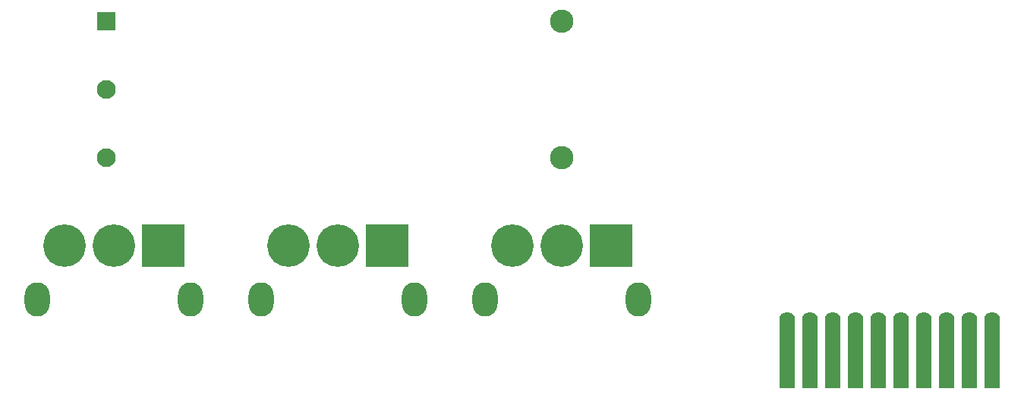
<source format=gbr>
%TF.GenerationSoftware,KiCad,Pcbnew,8.0.1*%
%TF.CreationDate,2024-04-05T18:07:18-04:00*%
%TF.ProjectId,bus1,62757331-2e6b-4696-9361-645f70636258,rev?*%
%TF.SameCoordinates,Original*%
%TF.FileFunction,Soldermask,Top*%
%TF.FilePolarity,Negative*%
%FSLAX46Y46*%
G04 Gerber Fmt 4.6, Leading zero omitted, Abs format (unit mm)*
G04 Created by KiCad (PCBNEW 8.0.1) date 2024-04-05 18:07:18*
%MOMM*%
%LPD*%
G01*
G04 APERTURE LIST*
%ADD10R,2.100000X2.100000*%
%ADD11C,2.100000*%
%ADD12C,2.610000*%
%ADD13O,2.800000X3.800000*%
%ADD14C,4.750000*%
%ADD15R,4.750000X4.750000*%
%ADD16C,1.780000*%
%ADD17R,1.780000X7.700000*%
G04 APERTURE END LIST*
D10*
%TO.C,PS1*%
X10716250Y41468750D03*
D11*
X10716250Y33848750D03*
X10716250Y26228750D03*
D12*
X61516250Y26228750D03*
X61516250Y41468750D03*
%TD*%
D13*
%TO.C,J2*%
X2986250Y10333750D03*
X20086250Y10333750D03*
X27986250Y10333750D03*
X45086250Y10333750D03*
X52956250Y10333750D03*
X70056250Y10333750D03*
D14*
X6036250Y16333750D03*
X11536250Y16333750D03*
D15*
X17036250Y16333750D03*
D14*
X31036250Y16333750D03*
X36536250Y16333750D03*
D15*
X42036250Y16333750D03*
D14*
X56006250Y16333750D03*
X61506250Y16333750D03*
D15*
X67006250Y16333750D03*
%TD*%
D16*
%TO.C,J1*%
X86626250Y8093750D03*
D17*
X86626250Y4263750D03*
D16*
X89166250Y8093750D03*
D17*
X89166250Y4263750D03*
D16*
X91706250Y8093750D03*
D17*
X91706250Y4263750D03*
D16*
X94246250Y8093750D03*
D17*
X94246250Y4263750D03*
D16*
X96786250Y8093750D03*
D17*
X96786250Y4263750D03*
D16*
X99326250Y8093750D03*
D17*
X99326250Y4263750D03*
D16*
X101866250Y8093750D03*
D17*
X101866250Y4263750D03*
D16*
X104406250Y8093750D03*
D17*
X104406250Y4263750D03*
D16*
X106946250Y8093750D03*
D17*
X106946250Y4263750D03*
D16*
X109486250Y8093750D03*
D17*
X109486250Y4263750D03*
%TD*%
M02*

</source>
